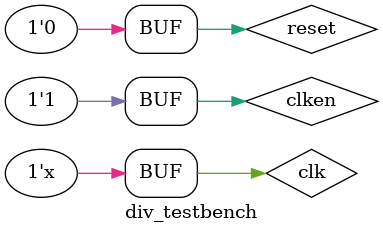
<source format=v>

`timescale 1ns / 1ps

module div_testbench ();

/*****************************************************************************
 *                           Parameter Declarations                          *
 *****************************************************************************/

parameter CLOCK_PERIOD = 20;

/*****************************************************************************
 *                             Port Declarations                             *
 *****************************************************************************/
// Inputs

// Bidirectionals

// Outputs

/*****************************************************************************
 *                 Internal Wires and Registers Declarations                 *
 *****************************************************************************/

// Internal Wires
wire					run;

wire					my_done;
wire					steve_done;

wire		[63: 0]	my_result;
wire		[63: 0]	steve_result;
wire		[63: 0]	lpm_result;

// Internal Registers
reg					clk;
reg					reset;
reg					clken;

reg		[ 5: 0]	rom_address;
reg		[16: 0]	rom_data;

reg		[31: 0]	operandA;
reg		[31: 0]	operandB;

reg					my_error;
reg					steve_error;

// State Machine Registers

/*****************************************************************************
 *                         Finite State Machine(s)                           *
 *****************************************************************************/


/*****************************************************************************
 *                             Sequential Logic                              *
 *****************************************************************************/

initial begin
		reset <= 1'b1;
	#20	reset <= 1'b0;
		clken <= 1'b1;
end

initial
begin
	clk <= 1'b0;
end

always
begin : Clock_Generator
	#((CLOCK_PERIOD) / 2) clk = ~clk;
end

always @(posedge clk)
begin
	if (reset)
		rom_address <= 0;
	else if (~run | steve_done)
		rom_address <= rom_address + 1;
end

always @(posedge clk)
begin
	if (reset | (steve_done & run))
	begin
		operandA <= $random;
		operandB[31:16] <= 0;
		operandB[15:0] <= $random;
	end
end

always @(posedge clk)
begin
	if (reset)
		my_error <= 1'b0;
	else if (run & my_done & (my_result != lpm_result))
		my_error <= 1'b1;
end

always @(posedge clk)
begin
	if (reset)
		steve_error <= 1'b0;
	else if (run & steve_done & (steve_result != lpm_result))
		steve_error <= 1'b1;
end

/*****************************************************************************
 *                            Combinational Logic                            *
 *****************************************************************************/

assign run		= rom_data[0];

always @(*)
begin
	case (rom_address)
	//	rom_data = {serial_data, startofpacket, endofpacket, valid, channel, data};
	0		:	rom_data	<=	{1'b0};
	1		:	rom_data	<=	{1'b0};
	2		:	rom_data	<=	{1'b0};
	3		:	rom_data	<=	{1'b1};
	4		:	rom_data	<=	{1'b0};
	5		:	rom_data	<=	{1'b0};
	6		:	rom_data	<=	{1'b1};
	7		:	rom_data	<=	{1'b0};
	8		:	rom_data	<=	{1'b0};
	9		:	rom_data	<=	{1'b1};
	10		:	rom_data	<=	{1'b0};
	11		:	rom_data	<=	{1'b0};
	12		:	rom_data	<=	{1'b1};
	13		:	rom_data	<=	{1'b0};
	14		:	rom_data	<=	{1'b0};
	15		:	rom_data	<=	{1'b1};
	16		:	rom_data	<=	{1'b0};
	17		:	rom_data	<=	{1'b0};
	18		:	rom_data	<=	{1'b1};

	default	:	rom_data	<=	{1'b0};
	endcase
end

/*****************************************************************************
 *                              Internal Modules                             *
 *****************************************************************************/


SerialDivider MY_DUT (
	.clk			(clk), 
	.clken			(clken), 
	.resetn		(~reset), 
	.go			(~reset & run),
	.dividend	(operandA),
	.divisor		(operandB),

	.remainder	(my_result[63:32]),
	.quotient	(my_result[31: 0]),
	.done			(my_done)
);
defparam
	MY_DUT.n			= 32,
	MY_DUT.log2n	= 5;

divider_steve DUT (
	.Clock	(clk), 
	.Resetn	(~reset), 
	.s			(~reset & run),
	.LA		(~reset & ~run),
	.EB		(~reset & ~run),
	.DataA	(operandA),
	.DataB	(operandB),

	.R			(steve_result[63:32]),
	.Q			(steve_result[31: 0]),
	.Done		(steve_done)
);
defparam
	DUT.n		= 32,
	DUT.logn	= 5;

lpm_divide	LPM_DIVIDE_component (
	.clock		(clk),
	.denom		(operandB),
	.numer		(operandA),
	.remain		(lpm_result[63:32]),
	.quotient	(lpm_result[31: 0]),
	.aclr			(1'b0),
	.clken		(1'b1));
defparam
	LPM_DIVIDE_component.lpm_drepresentation = "UNSIGNED",
	LPM_DIVIDE_component.lpm_hint = "LPM_REMAINDERPOSITIVE=TRUE",
	LPM_DIVIDE_component.lpm_nrepresentation = "UNSIGNED",
	LPM_DIVIDE_component.lpm_pipeline = 1,
	LPM_DIVIDE_component.lpm_type = "LPM_DIVIDE",
	LPM_DIVIDE_component.lpm_widthd = 32,
	LPM_DIVIDE_component.lpm_widthn = 32;

endmodule


</source>
